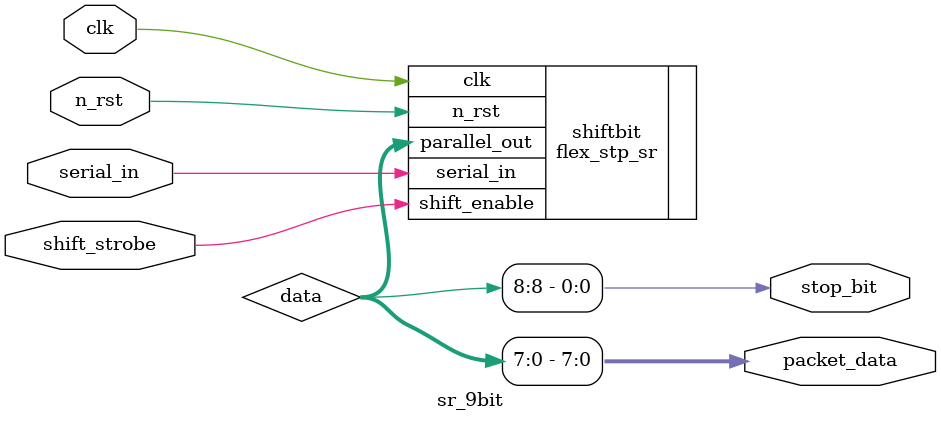
<source format=sv>
module sr_9bit
(
    input wire clk,
    input wire n_rst,
    input wire shift_strobe,
    input wire serial_in,
    output wire [7:0] packet_data,
    output wire stop_bit
);
    reg [8:0] data;
    assign packet_data = data[7:0];
    assign stop_bit = data[8];
    flex_stp_sr #(.NUM_BITS(9), .SHIFT_MSB(0)) shiftbit (.clk(clk), .n_rst(n_rst), .serial_in(serial_in), .shift_enable(shift_strobe), .parallel_out(data));

endmodule
</source>
